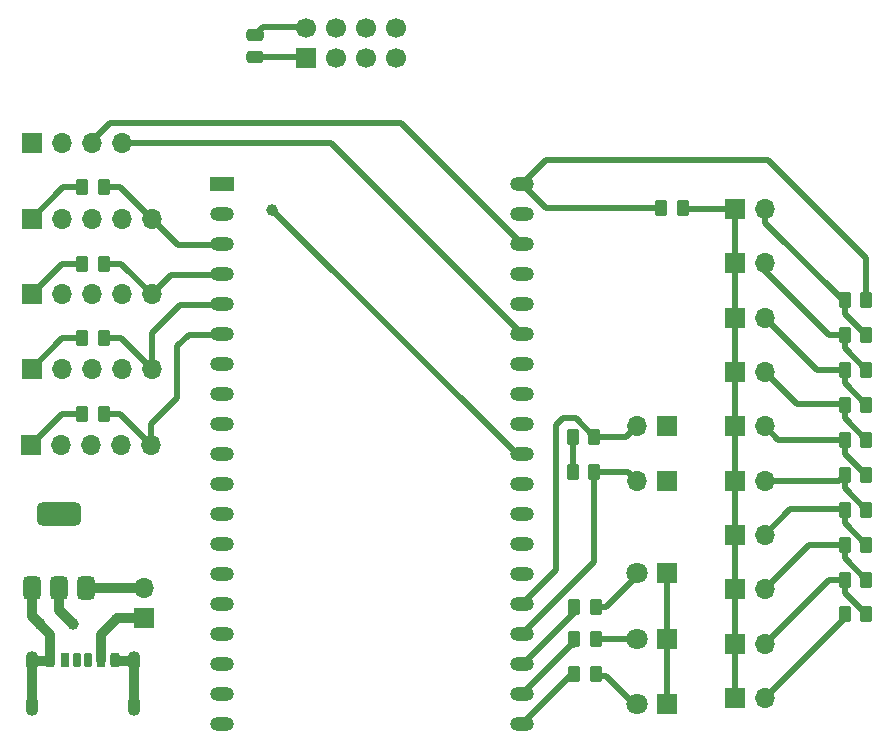
<source format=gbr>
%TF.GenerationSoftware,KiCad,Pcbnew,8.0.4*%
%TF.CreationDate,2024-12-10T19:57:11+05:30*%
%TF.ProjectId,controller-v3,636f6e74-726f-46c6-9c65-722d76332e6b,rev?*%
%TF.SameCoordinates,Original*%
%TF.FileFunction,Copper,L1,Top*%
%TF.FilePolarity,Positive*%
%FSLAX46Y46*%
G04 Gerber Fmt 4.6, Leading zero omitted, Abs format (unit mm)*
G04 Created by KiCad (PCBNEW 8.0.4) date 2024-12-10 19:57:11*
%MOMM*%
%LPD*%
G01*
G04 APERTURE LIST*
G04 Aperture macros list*
%AMRoundRect*
0 Rectangle with rounded corners*
0 $1 Rounding radius*
0 $2 $3 $4 $5 $6 $7 $8 $9 X,Y pos of 4 corners*
0 Add a 4 corners polygon primitive as box body*
4,1,4,$2,$3,$4,$5,$6,$7,$8,$9,$2,$3,0*
0 Add four circle primitives for the rounded corners*
1,1,$1+$1,$2,$3*
1,1,$1+$1,$4,$5*
1,1,$1+$1,$6,$7*
1,1,$1+$1,$8,$9*
0 Add four rect primitives between the rounded corners*
20,1,$1+$1,$2,$3,$4,$5,0*
20,1,$1+$1,$4,$5,$6,$7,0*
20,1,$1+$1,$6,$7,$8,$9,0*
20,1,$1+$1,$8,$9,$2,$3,0*%
G04 Aperture macros list end*
%TA.AperFunction,ComponentPad*%
%ADD10R,1.700000X1.700000*%
%TD*%
%TA.AperFunction,ComponentPad*%
%ADD11C,1.700000*%
%TD*%
%TA.AperFunction,ComponentPad*%
%ADD12O,1.700000X1.700000*%
%TD*%
%TA.AperFunction,SMDPad,CuDef*%
%ADD13RoundRect,0.250000X-0.262500X-0.450000X0.262500X-0.450000X0.262500X0.450000X-0.262500X0.450000X0*%
%TD*%
%TA.AperFunction,SMDPad,CuDef*%
%ADD14RoundRect,0.250000X0.262500X0.450000X-0.262500X0.450000X-0.262500X-0.450000X0.262500X-0.450000X0*%
%TD*%
%TA.AperFunction,SMDPad,CuDef*%
%ADD15RoundRect,0.375000X0.375000X-0.625000X0.375000X0.625000X-0.375000X0.625000X-0.375000X-0.625000X0*%
%TD*%
%TA.AperFunction,SMDPad,CuDef*%
%ADD16RoundRect,0.500000X1.400000X-0.500000X1.400000X0.500000X-1.400000X0.500000X-1.400000X-0.500000X0*%
%TD*%
%TA.AperFunction,ComponentPad*%
%ADD17R,1.800000X1.800000*%
%TD*%
%TA.AperFunction,ComponentPad*%
%ADD18C,1.800000*%
%TD*%
%TA.AperFunction,ComponentPad*%
%ADD19R,2.000000X1.200000*%
%TD*%
%TA.AperFunction,ComponentPad*%
%ADD20O,2.000000X1.200000*%
%TD*%
%TA.AperFunction,SMDPad,CuDef*%
%ADD21RoundRect,0.175000X-0.175000X-0.425000X0.175000X-0.425000X0.175000X0.425000X-0.175000X0.425000X0*%
%TD*%
%TA.AperFunction,SMDPad,CuDef*%
%ADD22RoundRect,0.190000X0.190000X0.410000X-0.190000X0.410000X-0.190000X-0.410000X0.190000X-0.410000X0*%
%TD*%
%TA.AperFunction,SMDPad,CuDef*%
%ADD23RoundRect,0.200000X0.200000X0.400000X-0.200000X0.400000X-0.200000X-0.400000X0.200000X-0.400000X0*%
%TD*%
%TA.AperFunction,SMDPad,CuDef*%
%ADD24RoundRect,0.175000X0.175000X0.425000X-0.175000X0.425000X-0.175000X-0.425000X0.175000X-0.425000X0*%
%TD*%
%TA.AperFunction,SMDPad,CuDef*%
%ADD25RoundRect,0.190000X-0.190000X-0.410000X0.190000X-0.410000X0.190000X0.410000X-0.190000X0.410000X0*%
%TD*%
%TA.AperFunction,SMDPad,CuDef*%
%ADD26RoundRect,0.200000X-0.200000X-0.400000X0.200000X-0.400000X0.200000X0.400000X-0.200000X0.400000X0*%
%TD*%
%TA.AperFunction,ComponentPad*%
%ADD27O,1.100000X1.700000*%
%TD*%
%TA.AperFunction,SMDPad,CuDef*%
%ADD28RoundRect,0.250000X-0.475000X0.250000X-0.475000X-0.250000X0.475000X-0.250000X0.475000X0.250000X0*%
%TD*%
%TA.AperFunction,ViaPad*%
%ADD29C,0.985000*%
%TD*%
%TA.AperFunction,ViaPad*%
%ADD30C,0.600000*%
%TD*%
%TA.AperFunction,Conductor*%
%ADD31C,0.500000*%
%TD*%
%TA.AperFunction,Conductor*%
%ADD32C,0.885000*%
%TD*%
G04 APERTURE END LIST*
D10*
%TO.P,U4,1,GND*%
%TO.N,GND*%
X116010000Y-88370000D03*
D11*
%TO.P,U4,2,VCC*%
%TO.N,/3v3*%
X116010000Y-85830000D03*
%TO.P,U4,3,CE*%
%TO.N,/CE*%
X118550000Y-88370000D03*
%TO.P,U4,4,~{CSN}*%
%TO.N,/CSN*%
X118550000Y-85830000D03*
%TO.P,U4,5,SCK*%
%TO.N,/SCK*%
X121090000Y-88370000D03*
%TO.P,U4,6,MOSI*%
%TO.N,/MOSI*%
X121090000Y-85830000D03*
%TO.P,U4,7,MISO*%
%TO.N,/MISO*%
X123630000Y-88370000D03*
%TO.P,U4,8,IRQ*%
%TO.N,/IRQ*%
X123630000Y-85830000D03*
%TD*%
D10*
%TO.P,SW5,1,1*%
%TO.N,/sw_analog_in*%
X152300000Y-119575000D03*
D12*
%TO.P,SW5,2,2*%
%TO.N,Net-(R14-Pad2)*%
X154840000Y-119575000D03*
%TD*%
D13*
%TO.P,R4,1*%
%TO.N,Net-(R4-Pad1)*%
X161615000Y-117750000D03*
%TO.P,R4,2*%
%TO.N,Net-(R3-Pad1)*%
X163440000Y-117750000D03*
%TD*%
D14*
%TO.P,R11,1*%
%TO.N,/oled_cycle*%
X140412500Y-123400000D03*
%TO.P,R11,2*%
%TO.N,GND*%
X138587500Y-123400000D03*
%TD*%
D10*
%TO.P,SW8,1,1*%
%TO.N,/sw_analog_in*%
X152300000Y-133375000D03*
D12*
%TO.P,SW8,2,2*%
%TO.N,Net-(R16-Pad1)*%
X154840000Y-133375000D03*
%TD*%
D13*
%TO.P,R8,1*%
%TO.N,/LED1*%
X138717500Y-134900000D03*
%TO.P,R8,2*%
%TO.N,Net-(D1-A)*%
X140542500Y-134900000D03*
%TD*%
D15*
%TO.P,U5,1,GND*%
%TO.N,GND*%
X92800000Y-133287500D03*
%TO.P,U5,2,VO*%
%TO.N,/3v3*%
X95100000Y-133287500D03*
D16*
X95100000Y-126987500D03*
D15*
%TO.P,U5,3,VI*%
%TO.N,Net-(U5-VI)*%
X97400000Y-133287500D03*
%TD*%
D13*
%TO.P,R1,1*%
%TO.N,Net-(R1-Pad1)*%
X161615000Y-108900000D03*
%TO.P,R1,2*%
%TO.N,GND*%
X163440000Y-108900000D03*
%TD*%
D10*
%TO.P,joy3,1,GND*%
%TO.N,GND*%
X92745000Y-121125000D03*
D12*
%TO.P,joy3,2,Vcc*%
%TO.N,/3v3*%
X95285000Y-121125000D03*
%TO.P,joy3,3,VRX*%
%TO.N,/joy3_x*%
X97825000Y-121125000D03*
%TO.P,joy3,4,VRY*%
%TO.N,/joy3_y*%
X100365000Y-121125000D03*
%TO.P,joy3,5,SW*%
%TO.N,/calibrate_joy3*%
X102905000Y-121125000D03*
%TD*%
D10*
%TO.P,SW6,1,1*%
%TO.N,/sw_analog_in*%
X152300000Y-124175000D03*
D12*
%TO.P,SW6,2,2*%
%TO.N,Net-(R14-Pad1)*%
X154840000Y-124175000D03*
%TD*%
D17*
%TO.P,D1,1,K*%
%TO.N,GND*%
X146575000Y-132000000D03*
D18*
%TO.P,D1,2,A*%
%TO.N,Net-(D1-A)*%
X144035000Y-132000000D03*
%TD*%
D13*
%TO.P,R9,1*%
%TO.N,/LED2*%
X138717500Y-137600000D03*
%TO.P,R9,2*%
%TO.N,Net-(D2-A)*%
X140542500Y-137600000D03*
%TD*%
D10*
%TO.P,joy0,1,GND*%
%TO.N,GND*%
X92785000Y-114700000D03*
D12*
%TO.P,joy0,2,Vcc*%
%TO.N,/3v3*%
X95325000Y-114700000D03*
%TO.P,joy0,3,VRX*%
%TO.N,/joy0_x*%
X97865000Y-114700000D03*
%TO.P,joy0,4,VRY*%
%TO.N,/joy0_y*%
X100405000Y-114700000D03*
%TO.P,joy0,5,SW*%
%TO.N,/calibrate_joy0*%
X102945000Y-114700000D03*
%TD*%
D13*
%TO.P,R5,1*%
%TO.N,Net-(R14-Pad2)*%
X161627500Y-120700000D03*
%TO.P,R5,2*%
%TO.N,Net-(R4-Pad1)*%
X163452500Y-120700000D03*
%TD*%
D14*
%TO.P,R13,1*%
%TO.N,/calibrate_joy0*%
X98872500Y-112125000D03*
%TO.P,R13,2*%
%TO.N,GND*%
X97047500Y-112125000D03*
%TD*%
D10*
%TO.P,joy2,1,GND*%
%TO.N,GND*%
X92785000Y-101975000D03*
D12*
%TO.P,joy2,2,Vcc*%
%TO.N,/3v3*%
X95325000Y-101975000D03*
%TO.P,joy2,3,VRX*%
%TO.N,/joy2_x*%
X97865000Y-101975000D03*
%TO.P,joy2,4,VRY*%
%TO.N,/joy2_y*%
X100405000Y-101975000D03*
%TO.P,joy2,5,SW*%
%TO.N,/calibrate_joy2*%
X102945000Y-101975000D03*
%TD*%
D10*
%TO.P,joy1,1,GND*%
%TO.N,GND*%
X92785000Y-108375000D03*
D12*
%TO.P,joy1,2,Vcc*%
%TO.N,/3v3*%
X95325000Y-108375000D03*
%TO.P,joy1,3,VRX*%
%TO.N,/joy1_x*%
X97865000Y-108375000D03*
%TO.P,joy1,4,VRY*%
%TO.N,/joy1_y*%
X100405000Y-108375000D03*
%TO.P,joy1,5,SW*%
%TO.N,/calibrate_joy1*%
X102945000Y-108375000D03*
%TD*%
D13*
%TO.P,R17,1*%
%TO.N,Net-(R17-Pad1)*%
X161602500Y-132550000D03*
%TO.P,R17,2*%
%TO.N,Net-(R16-Pad1)*%
X163427500Y-132550000D03*
%TD*%
D14*
%TO.P,R19,1*%
%TO.N,/calibrate_joy3*%
X98902500Y-118500000D03*
%TO.P,R19,2*%
%TO.N,GND*%
X97077500Y-118500000D03*
%TD*%
D10*
%TO.P,SW1,1,1*%
%TO.N,/sw_analog_in*%
X152340000Y-101175000D03*
D12*
%TO.P,SW1,2,2*%
%TO.N,Net-(R1-Pad1)*%
X154880000Y-101175000D03*
%TD*%
D14*
%TO.P,R_pulldown1,1*%
%TO.N,/sw_analog_in*%
X147902500Y-101100000D03*
%TO.P,R_pulldown1,2*%
%TO.N,GND*%
X146077500Y-101100000D03*
%TD*%
D13*
%TO.P,R16,1*%
%TO.N,Net-(R16-Pad1)*%
X161602500Y-129600000D03*
%TO.P,R16,2*%
%TO.N,Net-(R15-Pad1)*%
X163427500Y-129600000D03*
%TD*%
D10*
%TO.P,SW2,1,1*%
%TO.N,/sw_analog_in*%
X152340000Y-105775000D03*
D12*
%TO.P,SW2,2,2*%
%TO.N,Net-(R2-Pad1)*%
X154880000Y-105775000D03*
%TD*%
D10*
%TO.P,SW7,1,1*%
%TO.N,/sw_analog_in*%
X152300000Y-128775000D03*
D12*
%TO.P,SW7,2,2*%
%TO.N,Net-(R15-Pad1)*%
X154840000Y-128775000D03*
%TD*%
D13*
%TO.P,R15,1*%
%TO.N,Net-(R15-Pad1)*%
X161615000Y-126650000D03*
%TO.P,R15,2*%
%TO.N,Net-(R14-Pad1)*%
X163440000Y-126650000D03*
%TD*%
D19*
%TO.P,U7,1,3V3*%
%TO.N,/3v3*%
X108900000Y-99060000D03*
D20*
%TO.P,U7,2,CHIP_PU*%
%TO.N,unconnected-(U7-CHIP_PU-Pad2)*%
X108900000Y-101600000D03*
%TO.P,U7,3,SENSOR_VP/GPIO36/ADC1_CH0*%
%TO.N,/calibrate_joy2*%
X108900000Y-104140000D03*
%TO.P,U7,4,SENSOR_VN/GPIO39/ADC1_CH3*%
%TO.N,/calibrate_joy1*%
X108900000Y-106680000D03*
%TO.P,U7,5,VDET_1/GPIO34/ADC1_CH6*%
%TO.N,/calibrate_joy0*%
X108900000Y-109220000D03*
%TO.P,U7,6,VDET_2/GPIO35/ADC1_CH7*%
%TO.N,/calibrate_joy3*%
X108900000Y-111760000D03*
%TO.P,U7,7,32K_XP/GPIO32/ADC1_CH4*%
%TO.N,/joy2_y*%
X108900000Y-114300000D03*
%TO.P,U7,8,32K_XN/GPIO33/ADC1_CH5*%
%TO.N,/joy2_x*%
X108900000Y-116840000D03*
%TO.P,U7,9,DAC_1/ADC2_CH8/GPIO25*%
%TO.N,/joy1_y*%
X108900000Y-119380000D03*
%TO.P,U7,10,DAC_2/ADC2_CH9/GPIO26*%
%TO.N,/joy1_x*%
X108900000Y-121920000D03*
%TO.P,U7,11,ADC2_CH7/GPIO27*%
%TO.N,/joy0_y*%
X108900000Y-124460000D03*
%TO.P,U7,12,MTMS/GPIO14/ADC2_CH6*%
%TO.N,/joy0_x*%
X108900000Y-127000000D03*
%TO.P,U7,13,MTDI/GPIO12/ADC2_CH5*%
%TO.N,/joy3_y*%
X108900000Y-129540000D03*
%TO.P,U7,14,GND*%
%TO.N,GND*%
X108900000Y-132080000D03*
%TO.P,U7,15,MTCK/GPIO13/ADC2_CH4*%
%TO.N,/joy3_x*%
X108900000Y-134620000D03*
%TO.P,U7,16,SD_DATA2/GPIO9*%
%TO.N,unconnected-(U7-SD_DATA2{slash}GPIO9-Pad16)*%
X108900000Y-137160000D03*
%TO.P,U7,17,SD_DATA3/GPIO10*%
%TO.N,unconnected-(U7-SD_DATA3{slash}GPIO10-Pad17)*%
X108900000Y-139700000D03*
%TO.P,U7,18,CMD*%
%TO.N,unconnected-(U7-CMD-Pad18)*%
X108900000Y-142240000D03*
%TO.P,U7,19,5V*%
%TO.N,unconnected-(U7-5V-Pad19)*%
X108900000Y-144780000D03*
%TO.P,U7,20,SD_CLK/GPIO6*%
%TO.N,/LED0*%
X134296320Y-144777280D03*
%TO.P,U7,21,SD_DATA0/GPIO7*%
%TO.N,/LED2*%
X134296320Y-142237280D03*
%TO.P,U7,22,SD_DATA1/GPIO8*%
%TO.N,/LED1*%
X134300000Y-139700000D03*
%TO.P,U7,23,MTDO/GPIO15/ADC2_CH3*%
%TO.N,/oled_cycle*%
X134300000Y-137160000D03*
%TO.P,U7,24,ADC2_CH2/GPIO2*%
%TO.N,/mode_select*%
X134300000Y-134620000D03*
%TO.P,U7,25,GPIO0/BOOT/ADC2_CH1*%
%TO.N,unconnected-(U7-GPIO0{slash}BOOT{slash}ADC2_CH1-Pad25)*%
X134300000Y-132080000D03*
%TO.P,U7,26,ADC2_CH0/GPIO4*%
%TO.N,/CE*%
X134300000Y-129540000D03*
%TO.P,U7,27,GPIO16*%
%TO.N,unconnected-(U7-GPIO16-Pad27)*%
X134300000Y-127000000D03*
%TO.P,U7,28,GPIO17*%
%TO.N,/sw_analog_in*%
X134300000Y-124460000D03*
%TO.P,U7,29,GPIO5*%
%TO.N,/CSN*%
X134300000Y-121920000D03*
%TO.P,U7,30,GPIO18*%
%TO.N,/SCK*%
X134300000Y-119380000D03*
%TO.P,U7,31,GPIO19*%
%TO.N,/MISO*%
X134300000Y-116840000D03*
%TO.P,U7,32,GND*%
%TO.N,GND*%
X134300000Y-114300000D03*
%TO.P,U7,33,GPIO21*%
%TO.N,/oled_sda*%
X134300000Y-111760000D03*
%TO.P,U7,34,U0RXD/GPIO3*%
%TO.N,unconnected-(U7-U0RXD{slash}GPIO3-Pad34)*%
X134300000Y-109220000D03*
%TO.P,U7,35,U0TXD/GPIO1*%
%TO.N,/IRQ*%
X134300000Y-106680000D03*
%TO.P,U7,36,GPIO22*%
%TO.N,/oled_scl*%
X134300000Y-104140000D03*
%TO.P,U7,37,GPIO23*%
%TO.N,/MOSI*%
X134300000Y-101600000D03*
%TO.P,U7,38,GND*%
%TO.N,GND*%
X134300000Y-99060000D03*
%TD*%
D10*
%TO.P,U1,1,gnd*%
%TO.N,GND*%
X92800000Y-95575000D03*
D12*
%TO.P,U1,2,vcc*%
%TO.N,/3v3*%
X95340000Y-95575000D03*
%TO.P,U1,3,SCL*%
%TO.N,/oled_scl*%
X97880000Y-95575000D03*
%TO.P,U1,4,SDA*%
%TO.N,/oled_sda*%
X100420000Y-95575000D03*
%TD*%
D17*
%TO.P,D3,1,K*%
%TO.N,GND*%
X146575000Y-143100000D03*
D18*
%TO.P,D3,2,A*%
%TO.N,Net-(D3-A)*%
X144035000Y-143100000D03*
%TD*%
D10*
%TO.P,on/off1,1,A*%
%TO.N,Net-(on/off1-A)*%
X102275000Y-135802500D03*
D12*
%TO.P,on/off1,2,B*%
%TO.N,Net-(U5-VI)*%
X102275000Y-133262500D03*
%TD*%
D21*
%TO.P,J1,A5,CC1*%
%TO.N,unconnected-(J1-CC1-PadA5)*%
X96585000Y-139357500D03*
D22*
%TO.P,J1,A9,VBUS*%
%TO.N,Net-(on/off1-A)*%
X98605000Y-139357500D03*
D23*
%TO.P,J1,A12,GND*%
%TO.N,GND*%
X99835000Y-139357500D03*
D24*
%TO.P,J1,B5,CC2*%
%TO.N,unconnected-(J1-CC2-PadB5)*%
X97585000Y-139357500D03*
D25*
%TO.P,J1,B9,VBUS*%
%TO.N,Net-(on/off1-A)*%
X95565000Y-139357500D03*
D26*
%TO.P,J1,B12,GND*%
%TO.N,GND*%
X94335000Y-139357500D03*
D27*
%TO.P,J1,S1,SHIELD*%
X92765000Y-139437500D03*
X92765000Y-143237500D03*
X101405000Y-139437500D03*
X101405000Y-143237500D03*
%TD*%
D10*
%TO.P,SW4,1,1*%
%TO.N,/sw_analog_in*%
X152340000Y-114975000D03*
D12*
%TO.P,SW4,2,2*%
%TO.N,Net-(R4-Pad1)*%
X154880000Y-114975000D03*
%TD*%
D10*
%TO.P,SW10,1,1*%
%TO.N,/sw_analog_in*%
X152300000Y-142600000D03*
D12*
%TO.P,SW10,2,2*%
%TO.N,/3v3*%
X154840000Y-142600000D03*
%TD*%
D14*
%TO.P,R10,1*%
%TO.N,/mode_select*%
X140412500Y-120450000D03*
%TO.P,R10,2*%
%TO.N,GND*%
X138587500Y-120450000D03*
%TD*%
D10*
%TO.P,SW3,1,1*%
%TO.N,/sw_analog_in*%
X152340000Y-110375000D03*
D12*
%TO.P,SW3,2,2*%
%TO.N,Net-(R3-Pad1)*%
X154880000Y-110375000D03*
%TD*%
D14*
%TO.P,R12,1*%
%TO.N,/calibrate_joy1*%
X98882500Y-105800000D03*
%TO.P,R12,2*%
%TO.N,GND*%
X97057500Y-105800000D03*
%TD*%
D10*
%TO.P,mode_select1,1,1*%
%TO.N,/3v3*%
X146575000Y-119575000D03*
D12*
%TO.P,mode_select1,2,2*%
%TO.N,/mode_select*%
X144035000Y-119575000D03*
%TD*%
D28*
%TO.P,C1,1*%
%TO.N,/3v3*%
X111650000Y-86430000D03*
%TO.P,C1,2*%
%TO.N,GND*%
X111650000Y-88330000D03*
%TD*%
D14*
%TO.P,R6,1*%
%TO.N,/calibrate_joy2*%
X98872500Y-99300000D03*
%TO.P,R6,2*%
%TO.N,GND*%
X97047500Y-99300000D03*
%TD*%
D10*
%TO.P,SW9,1,1*%
%TO.N,/sw_analog_in*%
X152300000Y-138000000D03*
D12*
%TO.P,SW9,2,2*%
%TO.N,Net-(R17-Pad1)*%
X154840000Y-138000000D03*
%TD*%
D17*
%TO.P,D2,1,K*%
%TO.N,GND*%
X146575000Y-137550000D03*
D18*
%TO.P,D2,2,A*%
%TO.N,Net-(D2-A)*%
X144035000Y-137550000D03*
%TD*%
D13*
%TO.P,R3,1*%
%TO.N,Net-(R3-Pad1)*%
X161615000Y-114800000D03*
%TO.P,R3,2*%
%TO.N,Net-(R2-Pad1)*%
X163440000Y-114800000D03*
%TD*%
%TO.P,R14,1*%
%TO.N,Net-(R14-Pad1)*%
X161615000Y-123700000D03*
%TO.P,R14,2*%
%TO.N,Net-(R14-Pad2)*%
X163440000Y-123700000D03*
%TD*%
%TO.P,R18,1*%
%TO.N,/3v3*%
X161602500Y-135500000D03*
%TO.P,R18,2*%
%TO.N,Net-(R17-Pad1)*%
X163427500Y-135500000D03*
%TD*%
%TO.P,R7,1*%
%TO.N,/LED0*%
X138717500Y-140500000D03*
%TO.P,R7,2*%
%TO.N,Net-(D3-A)*%
X140542500Y-140500000D03*
%TD*%
D10*
%TO.P,oled_cycle1,1,1*%
%TO.N,/3v3*%
X146575000Y-124175000D03*
D12*
%TO.P,oled_cycle1,2,2*%
%TO.N,/oled_cycle*%
X144035000Y-124175000D03*
%TD*%
D13*
%TO.P,R2,1*%
%TO.N,Net-(R2-Pad1)*%
X161615000Y-111850000D03*
%TO.P,R2,2*%
%TO.N,Net-(R1-Pad1)*%
X163440000Y-111850000D03*
%TD*%
D29*
%TO.N,GND*%
X93450000Y-136312500D03*
D30*
X138587500Y-121900000D03*
D29*
%TO.N,/3v3*%
X96300000Y-136312500D03*
%TO.N,/CSN*%
X113150000Y-101235000D03*
%TD*%
D31*
%TO.N,GND*%
X97047500Y-99300000D02*
X95460000Y-99300000D01*
X138587500Y-123400000D02*
X138587500Y-121900000D01*
X95360000Y-112125000D02*
X92785000Y-114700000D01*
X136360000Y-97000000D02*
X155100000Y-97000000D01*
X94255000Y-139437500D02*
X94335000Y-139357500D01*
D32*
X93450000Y-136312500D02*
X92800000Y-135662500D01*
X93450000Y-136312500D02*
X94335000Y-137197500D01*
X92765000Y-139437500D02*
X94255000Y-139437500D01*
D31*
X97057500Y-105800000D02*
X95360000Y-105800000D01*
X97077500Y-118500000D02*
X95370000Y-118500000D01*
D32*
X94335000Y-137197500D02*
X94335000Y-139357500D01*
D31*
X146077500Y-101100000D02*
X136340000Y-101100000D01*
X95360000Y-105800000D02*
X92785000Y-108375000D01*
X99915000Y-139437500D02*
X99835000Y-139357500D01*
X146575000Y-132000000D02*
X146575000Y-137550000D01*
X97047500Y-112125000D02*
X95360000Y-112125000D01*
D32*
X101405000Y-143237500D02*
X101405000Y-139437500D01*
D31*
X136340000Y-101100000D02*
X134300000Y-99060000D01*
D32*
X101405000Y-139437500D02*
X99915000Y-139437500D01*
D31*
X95460000Y-99300000D02*
X92785000Y-101975000D01*
X134300000Y-99060000D02*
X136360000Y-97000000D01*
X95370000Y-118500000D02*
X92745000Y-121125000D01*
D32*
X92765000Y-143237500D02*
X92765000Y-139437500D01*
D31*
X146575000Y-137550000D02*
X146575000Y-143100000D01*
X163440000Y-105340000D02*
X163440000Y-108900000D01*
D32*
X92800000Y-135662500D02*
X92800000Y-133287500D01*
D31*
X155100000Y-97000000D02*
X163440000Y-105340000D01*
X138587500Y-121900000D02*
X138587500Y-120450000D01*
X111650000Y-88315000D02*
X115565000Y-88315000D01*
%TO.N,/3v3*%
X154840000Y-142600000D02*
X161602500Y-135837500D01*
D32*
X95100000Y-135112500D02*
X95100000Y-133287500D01*
D31*
X115910000Y-85730000D02*
X116010000Y-85830000D01*
X161602500Y-135837500D02*
X161602500Y-135500000D01*
X112350000Y-85730000D02*
X115910000Y-85730000D01*
D32*
X96300000Y-136312500D02*
X95100000Y-135112500D01*
D31*
X111650000Y-86430000D02*
X112350000Y-85730000D01*
%TO.N,Net-(D1-A)*%
X141400000Y-134900000D02*
X144035000Y-132265000D01*
X140542500Y-134900000D02*
X141400000Y-134900000D01*
X144035000Y-132265000D02*
X144035000Y-132000000D01*
%TO.N,Net-(D2-A)*%
X140542500Y-137550000D02*
X144035000Y-137550000D01*
%TO.N,Net-(D3-A)*%
X141400000Y-140700000D02*
X143800000Y-143100000D01*
X140542500Y-140700000D02*
X141400000Y-140700000D01*
X143800000Y-143100000D02*
X144035000Y-143100000D01*
%TO.N,/calibrate_joy0*%
X98872500Y-112125000D02*
X100370000Y-112125000D01*
X105310000Y-109290000D02*
X102945000Y-111655000D01*
X108900000Y-109220000D02*
X108830000Y-109290000D01*
X108830000Y-109290000D02*
X105310000Y-109290000D01*
X100370000Y-112125000D02*
X102945000Y-114700000D01*
X102945000Y-111655000D02*
X102945000Y-114700000D01*
%TO.N,/calibrate_joy1*%
X100370000Y-105800000D02*
X102945000Y-108375000D01*
X108900000Y-106680000D02*
X108830000Y-106750000D01*
X98882500Y-105800000D02*
X100370000Y-105800000D01*
X108830000Y-106750000D02*
X104570000Y-106750000D01*
X104570000Y-106750000D02*
X102945000Y-108375000D01*
%TO.N,/mode_select*%
X137200000Y-131720000D02*
X134300000Y-134620000D01*
X137800000Y-118900000D02*
X137200000Y-119500000D01*
X143110000Y-120500000D02*
X140462500Y-120500000D01*
X137200000Y-119500000D02*
X137200000Y-131720000D01*
X144035000Y-119575000D02*
X143110000Y-120500000D01*
X138862500Y-118900000D02*
X137800000Y-118900000D01*
X140412500Y-120450000D02*
X138862500Y-118900000D01*
X140462500Y-120500000D02*
X140412500Y-120450000D01*
%TO.N,/oled_cycle*%
X140412500Y-123400000D02*
X140412500Y-131047500D01*
X143260000Y-123400000D02*
X144035000Y-124175000D01*
X140412500Y-131047500D02*
X134300000Y-137160000D01*
X140412500Y-123400000D02*
X143260000Y-123400000D01*
%TO.N,Net-(R1-Pad1)*%
X161440000Y-108900000D02*
X154880000Y-102340000D01*
X161615000Y-108900000D02*
X161615000Y-110025000D01*
X154880000Y-102340000D02*
X154880000Y-101175000D01*
X161615000Y-110025000D02*
X163440000Y-111850000D01*
X161615000Y-108900000D02*
X161440000Y-108900000D01*
%TO.N,Net-(R2-Pad1)*%
X161615000Y-111850000D02*
X161615000Y-112975000D01*
X154880000Y-106440000D02*
X160290000Y-111850000D01*
X161615000Y-112975000D02*
X163440000Y-114800000D01*
X160290000Y-111850000D02*
X161615000Y-111850000D01*
X154880000Y-105775000D02*
X154880000Y-106440000D01*
%TO.N,Net-(R3-Pad1)*%
X161615000Y-114800000D02*
X161615000Y-115925000D01*
X159305000Y-114800000D02*
X161615000Y-114800000D01*
X154880000Y-110375000D02*
X159305000Y-114800000D01*
X161615000Y-115925000D02*
X163440000Y-117750000D01*
%TO.N,Net-(R4-Pad1)*%
X161615000Y-118862500D02*
X163452500Y-120700000D01*
X161615000Y-117750000D02*
X161615000Y-118862500D01*
X161565000Y-117700000D02*
X161615000Y-117750000D01*
X154880000Y-114975000D02*
X157605000Y-117700000D01*
X157605000Y-117700000D02*
X161565000Y-117700000D01*
%TO.N,/LED1*%
X138717500Y-135382500D02*
X134400000Y-139700000D01*
X138717500Y-135282500D02*
X138717500Y-135382500D01*
X134400000Y-139700000D02*
X134300000Y-139700000D01*
%TO.N,/LED2*%
X138717500Y-137800000D02*
X138717500Y-138066100D01*
X138717500Y-137816100D02*
X134296320Y-142237280D01*
%TO.N,/LED0*%
X138623600Y-140450000D02*
X134296320Y-144777280D01*
X138717500Y-140700000D02*
X138623600Y-140700000D01*
%TO.N,/oled_scl*%
X99370000Y-93900000D02*
X124060000Y-93900000D01*
X124060000Y-93900000D02*
X134300000Y-104140000D01*
X97695000Y-95575000D02*
X99370000Y-93900000D01*
%TO.N,/oled_sda*%
X118115000Y-95575000D02*
X118220000Y-95680000D01*
X118220000Y-95680000D02*
X134300000Y-111760000D01*
X100235000Y-95575000D02*
X118115000Y-95575000D01*
%TO.N,/CSN*%
X113150000Y-101235000D02*
X133835000Y-121920000D01*
%TO.N,/calibrate_joy2*%
X100270000Y-99300000D02*
X102945000Y-101975000D01*
X108830000Y-104210000D02*
X108900000Y-104140000D01*
X102945000Y-101975000D02*
X105180000Y-104210000D01*
X98872500Y-99300000D02*
X100270000Y-99300000D01*
X105180000Y-104210000D02*
X108830000Y-104210000D01*
D32*
%TO.N,Net-(on/off1-A)*%
X98605000Y-137207500D02*
X100010000Y-135802500D01*
X98605000Y-139357500D02*
X98605000Y-137207500D01*
X100010000Y-135802500D02*
X102275000Y-135802500D01*
%TO.N,Net-(U5-VI)*%
X101785000Y-133287500D02*
X97400000Y-133287500D01*
D31*
%TO.N,/sw_analog_in*%
X152340000Y-119535000D02*
X152300000Y-119575000D01*
X152340000Y-105775000D02*
X152340000Y-110375000D01*
X152340000Y-110375000D02*
X152340000Y-114975000D01*
X152300000Y-133375000D02*
X152300000Y-138000000D01*
X152300000Y-128775000D02*
X152300000Y-133375000D01*
X147977500Y-101175000D02*
X147902500Y-101100000D01*
X152340000Y-114975000D02*
X152340000Y-119535000D01*
X152300000Y-119575000D02*
X152300000Y-124175000D01*
X152300000Y-124175000D02*
X152300000Y-128775000D01*
X152300000Y-138000000D02*
X152300000Y-142600000D01*
X152340000Y-101175000D02*
X147977500Y-101175000D01*
X152340000Y-101175000D02*
X152340000Y-105775000D01*
%TO.N,/calibrate_joy3*%
X108900000Y-111760000D02*
X108830000Y-111830000D01*
X100280000Y-118500000D02*
X102905000Y-121125000D01*
X106070000Y-111830000D02*
X105100000Y-112800000D01*
X105100000Y-112800000D02*
X105100000Y-117200000D01*
X102905000Y-119395000D02*
X102905000Y-121125000D01*
X98902500Y-118500000D02*
X100280000Y-118500000D01*
X108830000Y-111830000D02*
X106070000Y-111830000D01*
X105100000Y-117200000D02*
X102905000Y-119395000D01*
%TO.N,Net-(R14-Pad2)*%
X161627500Y-120700000D02*
X161627500Y-121887500D01*
X161627500Y-121887500D02*
X163440000Y-123700000D01*
X155965000Y-120700000D02*
X161627500Y-120700000D01*
X154840000Y-119575000D02*
X155965000Y-120700000D01*
%TO.N,Net-(R14-Pad1)*%
X161615000Y-124825000D02*
X163440000Y-126650000D01*
X161140000Y-124175000D02*
X161615000Y-123700000D01*
X154840000Y-124175000D02*
X161140000Y-124175000D01*
X161615000Y-123700000D02*
X161615000Y-124825000D01*
%TO.N,Net-(R15-Pad1)*%
X154840000Y-128775000D02*
X157015000Y-126600000D01*
X161615000Y-126650000D02*
X161615000Y-127787500D01*
X161565000Y-126600000D02*
X161615000Y-126650000D01*
X157015000Y-126600000D02*
X161565000Y-126600000D01*
X161615000Y-127787500D02*
X163427500Y-129600000D01*
%TO.N,Net-(R16-Pad1)*%
X158615000Y-129600000D02*
X161602500Y-129600000D01*
X154840000Y-133375000D02*
X158615000Y-129600000D01*
X161602500Y-129600000D02*
X161602500Y-130725000D01*
X161602500Y-130725000D02*
X163427500Y-132550000D01*
%TO.N,Net-(R17-Pad1)*%
X154840000Y-138000000D02*
X160290000Y-132550000D01*
X161602500Y-132550000D02*
X161602500Y-133675000D01*
X160290000Y-132550000D02*
X161602500Y-132550000D01*
X161602500Y-133675000D02*
X163427500Y-135500000D01*
%TD*%
M02*

</source>
